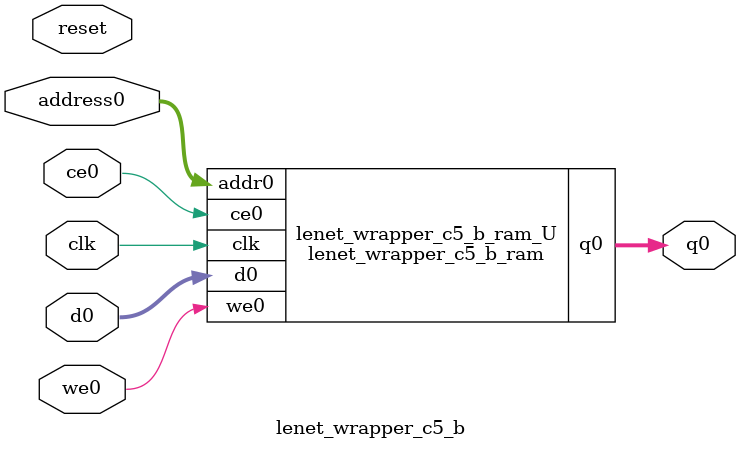
<source format=v>

`timescale 1 ns / 1 ps
module lenet_wrapper_c5_b_ram (addr0, ce0, d0, we0, q0,  clk);

parameter DWIDTH = 32;
parameter AWIDTH = 7;
parameter MEM_SIZE = 120;

input[AWIDTH-1:0] addr0;
input ce0;
input[DWIDTH-1:0] d0;
input we0;
output reg[DWIDTH-1:0] q0;
input clk;

(* ram_style = "block" *)reg [DWIDTH-1:0] ram[0:MEM_SIZE-1];




always @(posedge clk)  
begin 
    if (ce0) 
    begin
        if (we0) 
        begin 
            ram[addr0] <= d0; 
            q0 <= d0;
        end 
        else 
            q0 <= ram[addr0];
    end
end


endmodule


`timescale 1 ns / 1 ps
module lenet_wrapper_c5_b(
    reset,
    clk,
    address0,
    ce0,
    we0,
    d0,
    q0);

parameter DataWidth = 32'd32;
parameter AddressRange = 32'd120;
parameter AddressWidth = 32'd7;
input reset;
input clk;
input[AddressWidth - 1:0] address0;
input ce0;
input we0;
input[DataWidth - 1:0] d0;
output[DataWidth - 1:0] q0;



lenet_wrapper_c5_b_ram lenet_wrapper_c5_b_ram_U(
    .clk( clk ),
    .addr0( address0 ),
    .ce0( ce0 ),
    .d0( d0 ),
    .we0( we0 ),
    .q0( q0 ));

endmodule


</source>
